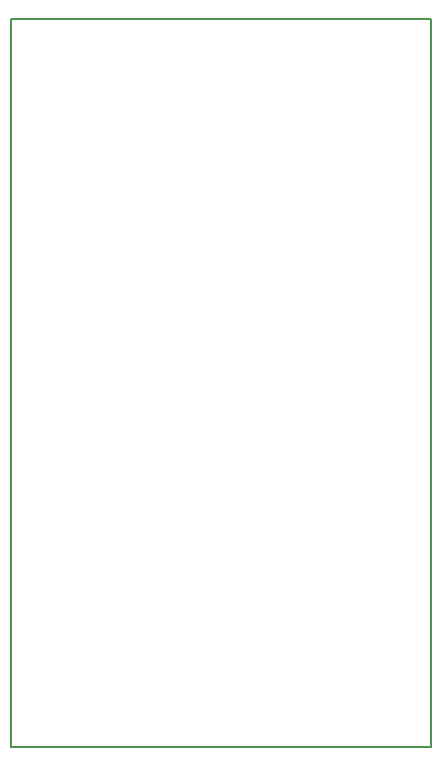
<source format=gbp>
G04 #@! TF.FileFunction,Paste,Bot*
%FSLAX46Y46*%
G04 Gerber Fmt 4.6, Leading zero omitted, Abs format (unit mm)*
G04 Created by KiCad (PCBNEW 4.0.7) date Wed Nov 28 14:25:24 2018*
%MOMM*%
%LPD*%
G01*
G04 APERTURE LIST*
%ADD10C,0.100000*%
%ADD11C,0.150000*%
G04 APERTURE END LIST*
D10*
D11*
X90170000Y-64770000D02*
X90170000Y-126365000D01*
X54610000Y-64770000D02*
X90170000Y-64770000D01*
X54610000Y-126365000D02*
X54610000Y-64770000D01*
X90170000Y-126365000D02*
X54610000Y-126365000D01*
M02*

</source>
